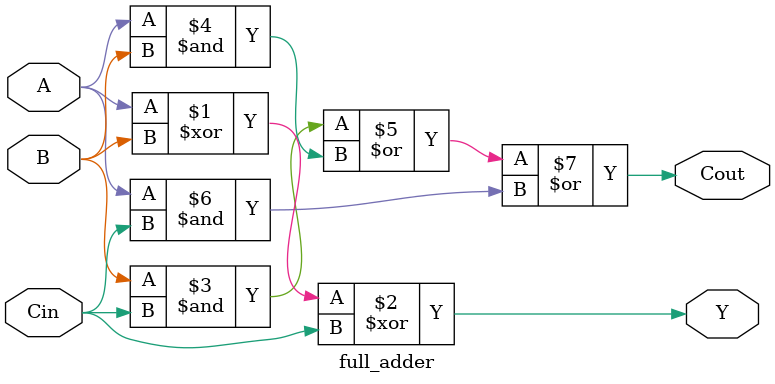
<source format=v>
module full_adder(
    input A, B, Cin,
    output Cout, Y
);

    assign Y = A ^ B ^ Cin;
    assign Cout = B & Cin | A & B | A & Cin;
    
    
endmodule

</source>
